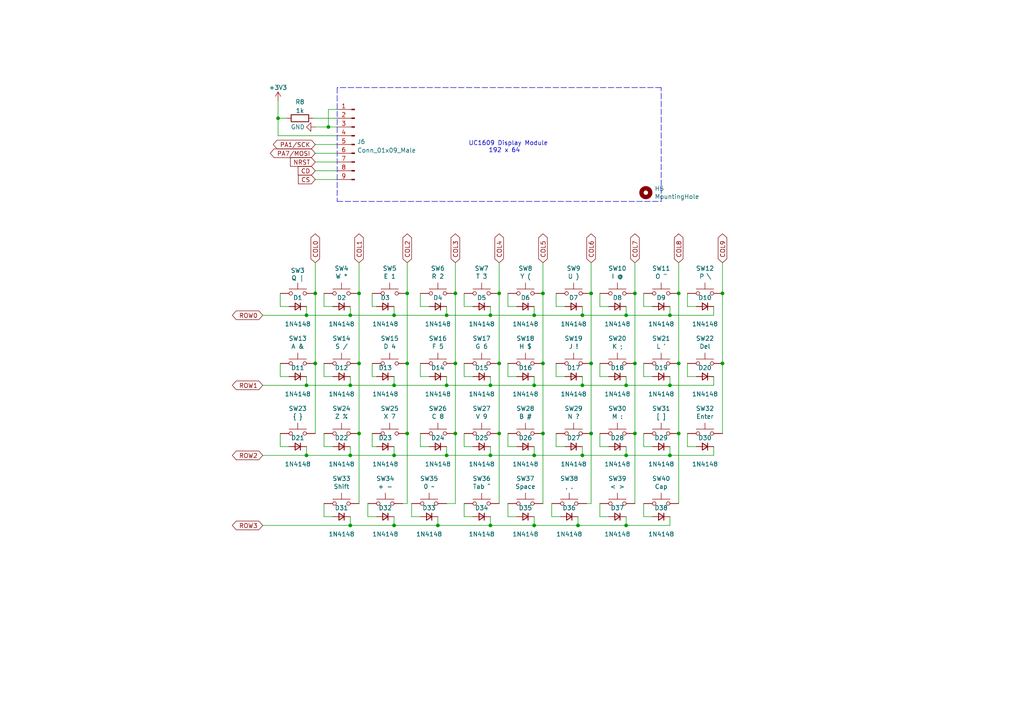
<source format=kicad_sch>
(kicad_sch (version 20211123) (generator eeschema)
  (paper "A4")
  (title_block (title "G70CB PalmTop") (date "2023-04-10") (rev "Rev 1.1") (company "www.e-tinkers.com") (comment 1 "Henry Cheung") (comment 2 "@copyright e-tinkers.com"))
  (lib_symbols
    (symbol "Connector:Conn_01x09_Male" (pin_names (offset 1.016) hide)
      (property "Reference" "J" (at 0 12.7 0))
      (property "Value" "Conn_01x09_Male" (at 0 -12.7 0))
      (symbol "Conn_01x09_Male_1_1"
        (polyline (pts (xy 1.27 -10.16) (xy 0.8636 -10.16)) (stroke (width 0.1524)))
        (polyline (pts (xy 1.27 -7.62) (xy 0.8636 -7.62)) (stroke (width 0.1524)))
        (polyline (pts (xy 1.27 -5.08) (xy 0.8636 -5.08)) (stroke (width 0.1524)))
        (polyline (pts (xy 1.27 -2.54) (xy 0.8636 -2.54)) (stroke (width 0.1524)))
        (polyline (pts (xy 1.27 0) (xy 0.8636 0)) (stroke (width 0.1524)))
        (polyline (pts (xy 1.27 2.54) (xy 0.8636 2.54)) (stroke (width 0.1524)))
        (polyline (pts (xy 1.27 5.08) (xy 0.8636 5.08)) (stroke (width 0.1524)))
        (polyline (pts (xy 1.27 7.62) (xy 0.8636 7.62)) (stroke (width 0.1524)))
        (polyline (pts (xy 1.27 10.16) (xy 0.8636 10.16)) (stroke (width 0.1524)))
        (rectangle (start 0.8636 -10.033) (end 0 -10.287) (stroke (width 0.1524)) (fill (type outline)))
        (rectangle (start 0.8636 -7.493) (end 0 -7.747) (stroke (width 0.1524)) (fill (type outline)))
        (rectangle (start 0.8636 -4.953) (end 0 -5.207) (stroke (width 0.1524)) (fill (type outline)))
        (rectangle (start 0.8636 -2.413) (end 0 -2.667) (stroke (width 0.1524)) (fill (type outline)))
        (rectangle (start 0.8636 0.127) (end 0 -0.127) (stroke (width 0.1524)) (fill (type outline)))
        (rectangle (start 0.8636 2.667) (end 0 2.413) (stroke (width 0.1524)) (fill (type outline)))
        (rectangle (start 0.8636 5.207) (end 0 4.953) (stroke (width 0.1524)) (fill (type outline)))
        (rectangle (start 0.8636 7.747) (end 0 7.493) (stroke (width 0.1524)) (fill (type outline)))
        (rectangle (start 0.8636 10.287) (end 0 10.033) (stroke (width 0.1524)) (fill (type outline)))
        (pin passive line (at 5.08 10.16 180) (length 3.81) (name "Pin_1") (number "1"))
        (pin passive line (at 5.08 7.62 180) (length 3.81) (name "Pin_2") (number "2"))
        (pin passive line (at 5.08 5.08 180) (length 3.81) (name "Pin_3") (number "3"))
        (pin passive line (at 5.08 2.54 180) (length 3.81) (name "Pin_4") (number "4"))
        (pin passive line (at 5.08 0 180) (length 3.81) (name "Pin_5") (number "5"))
        (pin passive line (at 5.08 -2.54 180) (length 3.81) (name "Pin_6") (number "6"))
        (pin passive line (at 5.08 -5.08 180) (length 3.81) (name "Pin_7") (number "7"))
        (pin passive line (at 5.08 -7.62 180) (length 3.81) (name "Pin_8") (number "8"))
        (pin passive line (at 5.08 -10.16 180) (length 3.81) (name "Pin_9") (number "9"))
      )
    )
    (symbol "Device:D_Small" (pin_numbers hide) (pin_names (offset 0.254) hide)
      (property "Reference" "D" (at -1.27 2.032 0))
      (property "Value" "D_Small" (at -3.81 -2.032 0))
      (symbol "D_Small_0_1"
        (polyline (pts (xy -0.762 -1.016) (xy -0.762 1.016)) (stroke (width 0.254)))
        (polyline (pts (xy -0.762 0) (xy 0.762 0)))
        (polyline (pts (xy 0.762 -1.016) (xy -0.762 0) (xy 0.762 1.016) (xy 0.762 -1.016)) (stroke (width 0.254)))
      )
      (symbol "D_Small_1_1"
        (pin passive line (at -2.54 0 0) (length 1.778) (name "K") (number "1"))
        (pin passive line (at 2.54 0 180) (length 1.778) (name "A") (number "2"))
      )
    )
    (symbol "Device:R" (pin_numbers hide) (pin_names (offset 0))
      (property "Reference" "R" (at 2.032 0 90))
      (property "Value" "R" (at 0 0 90))
      (symbol "R_0_1"
        (rectangle (start -1.016 -2.54) (end 1.016 2.54) (stroke (width 0.254)))
      )
      (symbol "R_1_1"
        (pin passive line (at 0 3.81 270) (length 1.27) (name "~") (number "1"))
        (pin passive line (at 0 -3.81 90) (length 1.27) (name "~") (number "2"))
      )
    )
    (symbol "Mechanical:MountingHole" (pin_names (offset 1.016))
      (property "Reference" "H" (at 0 5.08 0))
      (property "Value" "MountingHole" (at 0 3.175 0))
      (symbol "MountingHole_0_1"
        (circle (center 0 0) (radius 1.27) (stroke (width 1.27)))
      )
    )
    (symbol "SW_Push_15" (pin_numbers hide) (pin_names (offset 1.016) hide)
      (property "Reference" "SW" (at 1.27 2.54 0))
      (property "Value" "SW_Push_15" (at 0 -1.524 0))
      (symbol "SW_Push_15_0_1"
        (circle (center -2.032 0) (radius 0.508))
        (polyline (pts (xy 0 1.27) (xy 0 3.048)))
        (polyline (pts (xy 2.54 1.27) (xy -2.54 1.27)))
        (circle (center 2.032 0) (radius 0.508))
        (pin passive line (at -5.08 0 0) (length 2.54) (name "1") (number "1"))
        (pin passive line (at 5.08 0 180) (length 2.54) (name "2") (number "2"))
      )
    )
    (symbol "SW_Push_16" (pin_numbers hide) (pin_names (offset 1.016) hide)
      (property "Reference" "SW" (at 1.27 2.54 0))
      (property "Value" "SW_Push_16" (at 0 -1.524 0))
      (symbol "SW_Push_16_0_1"
        (circle (center -2.032 0) (radius 0.508))
        (polyline (pts (xy 0 1.27) (xy 0 3.048)))
        (polyline (pts (xy 2.54 1.27) (xy -2.54 1.27)))
        (circle (center 2.032 0) (radius 0.508))
        (pin passive line (at -5.08 0 0) (length 2.54) (name "1") (number "1"))
        (pin passive line (at 5.08 0 180) (length 2.54) (name "2") (number "2"))
      )
    )
    (symbol "SW_Push_17" (pin_numbers hide) (pin_names (offset 1.016) hide)
      (property "Reference" "SW" (at 1.27 2.54 0))
      (property "Value" "SW_Push_17" (at 0 -1.524 0))
      (symbol "SW_Push_17_0_1"
        (circle (center -2.032 0) (radius 0.508))
        (polyline (pts (xy 0 1.27) (xy 0 3.048)))
        (polyline (pts (xy 2.54 1.27) (xy -2.54 1.27)))
        (circle (center 2.032 0) (radius 0.508))
        (pin passive line (at -5.08 0 0) (length 2.54) (name "1") (number "1"))
        (pin passive line (at 5.08 0 180) (length 2.54) (name "2") (number "2"))
      )
    )
    (symbol "SW_Push_18" (pin_numbers hide) (pin_names (offset 1.016) hide)
      (property "Reference" "SW" (at 1.27 2.54 0))
      (property "Value" "SW_Push_18" (at 0 -1.524 0))
      (symbol "SW_Push_18_0_1"
        (circle (center -2.032 0) (radius 0.508))
        (polyline (pts (xy 0 1.27) (xy 0 3.048)))
        (polyline (pts (xy 2.54 1.27) (xy -2.54 1.27)))
        (circle (center 2.032 0) (radius 0.508))
        (pin passive line (at -5.08 0 0) (length 2.54) (name "1") (number "1"))
        (pin passive line (at 5.08 0 180) (length 2.54) (name "2") (number "2"))
      )
    )
    (symbol "SW_Push_19" (pin_numbers hide) (pin_names (offset 1.016) hide)
      (property "Reference" "SW" (at 1.27 2.54 0))
      (property "Value" "SW_Push_19" (at 0 -1.524 0))
      (symbol "SW_Push_19_0_1"
        (circle (center -2.032 0) (radius 0.508))
        (polyline (pts (xy 0 1.27) (xy 0 3.048)))
        (polyline (pts (xy 2.54 1.27) (xy -2.54 1.27)))
        (circle (center 2.032 0) (radius 0.508))
        (pin passive line (at -5.08 0 0) (length 2.54) (name "1") (number "1"))
        (pin passive line (at 5.08 0 180) (length 2.54) (name "2") (number "2"))
      )
    )
    (symbol "SW_Push_20" (pin_numbers hide) (pin_names (offset 1.016) hide)
      (property "Reference" "SW" (at 1.27 2.54 0))
      (property "Value" "SW_Push_20" (at 0 -1.524 0))
      (symbol "SW_Push_20_0_1"
        (circle (center -2.032 0) (radius 0.508))
        (polyline (pts (xy 0 1.27) (xy 0 3.048)))
        (polyline (pts (xy 2.54 1.27) (xy -2.54 1.27)))
        (circle (center 2.032 0) (radius 0.508))
        (pin passive line (at -5.08 0 0) (length 2.54) (name "1") (number "1"))
        (pin passive line (at 5.08 0 180) (length 2.54) (name "2") (number "2"))
      )
    )
    (symbol "SW_Push_21" (pin_numbers hide) (pin_names (offset 1.016) hide)
      (property "Reference" "SW" (at 1.27 2.54 0))
      (property "Value" "SW_Push_21" (at 0 -1.524 0))
      (symbol "SW_Push_21_0_1"
        (circle (center -2.032 0) (radius 0.508))
        (polyline (pts (xy 0 1.27) (xy 0 3.048)))
        (polyline (pts (xy 2.54 1.27) (xy -2.54 1.27)))
        (circle (center 2.032 0) (radius 0.508))
        (pin passive line (at -5.08 0 0) (length 2.54) (name "1") (number "1"))
        (pin passive line (at 5.08 0 180) (length 2.54) (name "2") (number "2"))
      )
    )
    (symbol "SW_Push_22" (pin_numbers hide) (pin_names (offset 1.016) hide)
      (property "Reference" "SW" (at 1.27 2.54 0))
      (property "Value" "SW_Push_22" (at 0 -1.524 0))
      (symbol "SW_Push_22_0_1"
        (circle (center -2.032 0) (radius 0.508))
        (polyline (pts (xy 0 1.27) (xy 0 3.048)))
        (polyline (pts (xy 2.54 1.27) (xy -2.54 1.27)))
        (circle (center 2.032 0) (radius 0.508))
        (pin passive line (at -5.08 0 0) (length 2.54) (name "1") (number "1"))
        (pin passive line (at 5.08 0 180) (length 2.54) (name "2") (number "2"))
      )
    )
    (symbol "SW_Push_23" (pin_numbers hide) (pin_names (offset 1.016) hide)
      (property "Reference" "SW" (at 1.27 2.54 0))
      (property "Value" "SW_Push_23" (at 0 -1.524 0))
      (symbol "SW_Push_23_0_1"
        (circle (center -2.032 0) (radius 0.508))
        (polyline (pts (xy 0 1.27) (xy 0 3.048)))
        (polyline (pts (xy 2.54 1.27) (xy -2.54 1.27)))
        (circle (center 2.032 0) (radius 0.508))
        (pin passive line (at -5.08 0 0) (length 2.54) (name "1") (number "1"))
        (pin passive line (at 5.08 0 180) (length 2.54) (name "2") (number "2"))
      )
    )
    (symbol "SW_Push_24" (pin_numbers hide) (pin_names (offset 1.016) hide)
      (property "Reference" "SW" (at 1.27 2.54 0))
      (property "Value" "SW_Push_24" (at 0 -1.524 0))
      (symbol "SW_Push_24_0_1"
        (circle (center -2.032 0) (radius 0.508))
        (polyline (pts (xy 0 1.27) (xy 0 3.048)))
        (polyline (pts (xy 2.54 1.27) (xy -2.54 1.27)))
        (circle (center 2.032 0) (radius 0.508))
        (pin passive line (at -5.08 0 0) (length 2.54) (name "1") (number "1"))
        (pin passive line (at 5.08 0 180) (length 2.54) (name "2") (number "2"))
      )
    )
    (symbol "SW_Push_25" (pin_numbers hide) (pin_names (offset 1.016) hide)
      (property "Reference" "SW" (at 1.27 2.54 0))
      (property "Value" "SW_Push_25" (at 0 -1.524 0))
      (symbol "SW_Push_25_0_1"
        (circle (center -2.032 0) (radius 0.508))
        (polyline (pts (xy 0 1.27) (xy 0 3.048)))
        (polyline (pts (xy 2.54 1.27) (xy -2.54 1.27)))
        (circle (center 2.032 0) (radius 0.508))
        (pin passive line (at -5.08 0 0) (length 2.54) (name "1") (number "1"))
        (pin passive line (at 5.08 0 180) (length 2.54) (name "2") (number "2"))
      )
    )
    (symbol "SW_Push_26" (pin_numbers hide) (pin_names (offset 1.016) hide)
      (property "Reference" "SW" (at 1.27 2.54 0))
      (property "Value" "SW_Push_26" (at 0 -1.524 0))
      (symbol "SW_Push_26_0_1"
        (circle (center -2.032 0) (radius 0.508))
        (polyline (pts (xy 0 1.27) (xy 0 3.048)))
        (polyline (pts (xy 2.54 1.27) (xy -2.54 1.27)))
        (circle (center 2.032 0) (radius 0.508))
        (pin passive line (at -5.08 0 0) (length 2.54) (name "1") (number "1"))
        (pin passive line (at 5.08 0 180) (length 2.54) (name "2") (number "2"))
      )
    )
    (symbol "SW_Push_27" (pin_numbers hide) (pin_names (offset 1.016) hide)
      (property "Reference" "SW" (at 1.27 2.54 0))
      (property "Value" "SW_Push_27" (at 0 -1.524 0))
      (symbol "SW_Push_27_0_1"
        (circle (center -2.032 0) (radius 0.508))
        (polyline (pts (xy 0 1.27) (xy 0 3.048)))
        (polyline (pts (xy 2.54 1.27) (xy -2.54 1.27)))
        (circle (center 2.032 0) (radius 0.508))
        (pin passive line (at -5.08 0 0) (length 2.54) (name "1") (number "1"))
        (pin passive line (at 5.08 0 180) (length 2.54) (name "2") (number "2"))
      )
    )
    (symbol "SW_Push_28" (pin_numbers hide) (pin_names (offset 1.016) hide)
      (property "Reference" "SW" (at 1.27 2.54 0))
      (property "Value" "SW_Push_28" (at 0 -1.524 0))
      (symbol "SW_Push_28_0_1"
        (circle (center -2.032 0) (radius 0.508))
        (polyline (pts (xy 0 1.27) (xy 0 3.048)))
        (polyline (pts (xy 2.54 1.27) (xy -2.54 1.27)))
        (circle (center 2.032 0) (radius 0.508))
        (pin passive line (at -5.08 0 0) (length 2.54) (name "1") (number "1"))
        (pin passive line (at 5.08 0 180) (length 2.54) (name "2") (number "2"))
      )
    )
    (symbol "SW_Push_29" (pin_numbers hide) (pin_names (offset 1.016) hide)
      (property "Reference" "SW" (at 1.27 2.54 0))
      (property "Value" "SW_Push_29" (at 0 -1.524 0))
      (symbol "SW_Push_29_0_1"
        (circle (center -2.032 0) (radius 0.508))
        (polyline (pts (xy 0 1.27) (xy 0 3.048)))
        (polyline (pts (xy 2.54 1.27) (xy -2.54 1.27)))
        (circle (center 2.032 0) (radius 0.508))
        (pin passive line (at -5.08 0 0) (length 2.54) (name "1") (number "1"))
        (pin passive line (at 5.08 0 180) (length 2.54) (name "2") (number "2"))
      )
    )
    (symbol "SW_Push_30" (pin_numbers hide) (pin_names (offset 1.016) hide)
      (property "Reference" "SW" (at 1.27 2.54 0))
      (property "Value" "SW_Push_30" (at 0 -1.524 0))
      (symbol "SW_Push_30_0_1"
        (circle (center -2.032 0) (radius 0.508))
        (polyline (pts (xy 0 1.27) (xy 0 3.048)))
        (polyline (pts (xy 2.54 1.27) (xy -2.54 1.27)))
        (circle (center 2.032 0) (radius 0.508))
        (pin passive line (at -5.08 0 0) (length 2.54) (name "1") (number "1"))
        (pin passive line (at 5.08 0 180) (length 2.54) (name "2") (number "2"))
      )
    )
    (symbol "SW_Push_31" (pin_numbers hide) (pin_names (offset 1.016) hide)
      (property "Reference" "SW" (at 1.27 2.54 0))
      (property "Value" "SW_Push_31" (at 0 -1.524 0))
      (symbol "SW_Push_31_0_1"
        (circle (center -2.032 0) (radius 0.508))
        (polyline (pts (xy 0 1.27) (xy 0 3.048)))
        (polyline (pts (xy 2.54 1.27) (xy -2.54 1.27)))
        (circle (center 2.032 0) (radius 0.508))
        (pin passive line (at -5.08 0 0) (length 2.54) (name "1") (number "1"))
        (pin passive line (at 5.08 0 180) (length 2.54) (name "2") (number "2"))
      )
    )
    (symbol "SW_Push_32" (pin_numbers hide) (pin_names (offset 1.016) hide)
      (property "Reference" "SW" (at 1.27 2.54 0))
      (property "Value" "SW_Push_32" (at 0 -1.524 0))
      (symbol "SW_Push_32_0_1"
        (circle (center -2.032 0) (radius 0.508))
        (polyline (pts (xy 0 1.27) (xy 0 3.048)))
        (polyline (pts (xy 2.54 1.27) (xy -2.54 1.27)))
        (circle (center 2.032 0) (radius 0.508))
        (pin passive line (at -5.08 0 0) (length 2.54) (name "1") (number "1"))
        (pin passive line (at 5.08 0 180) (length 2.54) (name "2") (number "2"))
      )
    )
    (symbol "SW_Push_37" (pin_numbers hide) (pin_names (offset 1.016) hide)
      (property "Reference" "SW" (at 1.27 2.54 0))
      (property "Value" "SW_Push_37" (at 0 -1.524 0))
      (symbol "SW_Push_37_0_1"
        (circle (center -2.032 0) (radius 0.508))
        (polyline (pts (xy 0 1.27) (xy 0 3.048)))
        (polyline (pts (xy 2.54 1.27) (xy -2.54 1.27)))
        (circle (center 2.032 0) (radius 0.508))
        (pin passive line (at -5.08 0 0) (length 2.54) (name "1") (number "1"))
        (pin passive line (at 5.08 0 180) (length 2.54) (name "2") (number "2"))
      )
    )
    (symbol "Switch:SW_Push" (pin_numbers hide) (pin_names (offset 1.016) hide)
      (property "Reference" "SW" (at 1.27 2.54 0))
      (property "Value" "SW_Push" (at 0 -1.524 0))
      (symbol "SW_Push_0_1"
        (circle (center -2.032 0) (radius 0.508))
        (polyline (pts (xy 0 1.27) (xy 0 3.048)))
        (polyline (pts (xy 2.54 1.27) (xy -2.54 1.27)))
        (circle (center 2.032 0) (radius 0.508))
        (pin passive line (at -5.08 0 0) (length 2.54) (name "1") (number "1"))
        (pin passive line (at 5.08 0 180) (length 2.54) (name "2") (number "2"))
      )
    )
    (symbol "palmTop-rescue:+3.3V-power" (power) (pin_names (offset 0))
      (property "Value" "+3.3V-power" (at 0 3.556 0))
      (symbol "+3.3V-power_0_1"
        (polyline (pts (xy -0.762 1.27) (xy 0 2.54)))
        (polyline (pts (xy 0 0) (xy 0 2.54)))
        (polyline (pts (xy 0 2.54) (xy 0.762 1.27)))
      )
      (symbol "+3.3V-power_1_1"
        (pin power_in line (at 0 0 90) (length 0) hide (name "+3V3") (number "1"))
      )
    )
    (symbol "power:GND" (power) (pin_names (offset 0))
      (property "Value" "GND" (at 0 -3.81 0))
      (symbol "GND_0_1"
        (polyline (pts (xy 0 0) (xy 0 -1.27) (xy 1.27 -1.27) (xy 0 -2.54) (xy -1.27 -1.27) (xy 0 -1.27)))
      )
      (symbol "GND_1_1"
        (pin power_in line (at 0 0 270) (length 0) hide (name "GND") (number "1"))
      )
    )
  )
  (junction (at 184.15 125.73))
  (junction (at 88.9 111.76))
  (junction (at 114.3 111.76))
  (junction (at 129.54 111.76))
  (junction (at 104.14 125.73))
  (junction (at 154.94 111.76))
  (junction (at 88.9 91.44))
  (junction (at 194.31 111.76))
  (junction (at 114.3 152.4))
  (junction (at 101.6 111.76))
  (junction (at 209.55 105.41))
  (junction (at 181.61 132.08))
  (junction (at 80.645 34.29))
  (junction (at 168.91 111.76))
  (junction (at 142.24 111.76))
  (junction (at 184.15 85.09))
  (junction (at 181.61 152.4))
  (junction (at 157.48 85.09))
  (junction (at 167.64 152.4))
  (junction (at 196.85 125.73))
  (junction (at 114.3 132.08))
  (junction (at 104.14 85.09))
  (junction (at 101.6 152.4))
  (junction (at 181.61 111.76))
  (junction (at 142.24 152.4))
  (junction (at 118.11 85.09))
  (junction (at 194.31 91.44))
  (junction (at 88.9 132.08))
  (junction (at 129.54 91.44))
  (junction (at 144.78 125.73))
  (junction (at 157.48 105.41))
  (junction (at 101.6 91.44))
  (junction (at 144.78 85.09))
  (junction (at 154.94 132.08))
  (junction (at 91.44 85.09))
  (junction (at 171.45 105.41))
  (junction (at 154.94 91.44))
  (junction (at 181.61 91.44))
  (junction (at 171.45 125.73))
  (junction (at 196.85 105.41))
  (junction (at 142.24 132.08))
  (junction (at 196.85 85.09))
  (junction (at 132.08 125.73))
  (junction (at 168.91 132.08))
  (junction (at 171.45 85.09))
  (junction (at 184.15 105.41))
  (junction (at 95.25 36.83))
  (junction (at 129.54 132.08))
  (junction (at 209.55 85.09))
  (junction (at 114.3 91.44))
  (junction (at 118.11 105.41))
  (junction (at 118.11 125.73))
  (junction (at 104.14 105.41))
  (junction (at 91.44 105.41))
  (junction (at 144.78 105.41))
  (junction (at 142.24 91.44))
  (junction (at 101.6 132.08))
  (junction (at 194.31 132.08))
  (junction (at 154.94 152.4))
  (junction (at 168.91 91.44))
  (junction (at 157.48 125.73))
  (junction (at 132.08 105.41))
  (junction (at 132.08 85.09))
  (junction (at 127 152.4))
  (wire (pts (xy 184.15 105.41) (xy 184.15 125.73)))
  (wire (pts (xy 114.3 132.08) (xy 129.54 132.08)))
  (wire (pts (xy 181.61 132.08) (xy 168.91 132.08)))
  (wire (pts (xy 157.48 125.73) (xy 157.48 146.05)))
  (wire (pts (xy 142.24 91.44) (xy 154.94 91.44)))
  (wire (pts (xy 194.31 129.54) (xy 194.31 132.08)))
  (wire (pts (xy 81.28 105.41) (xy 81.28 109.22)))
  (wire (pts (xy 194.31 132.08) (xy 181.61 132.08)))
  (wire (pts (xy 147.32 85.09) (xy 147.32 88.9)))
  (wire (pts (xy 134.62 129.54) (xy 137.16 129.54)))
  (wire (pts (xy 181.61 88.9) (xy 181.61 91.44)))
  (wire (pts (xy 161.29 125.73) (xy 161.29 129.54)))
  (wire (pts (xy 93.98 88.9) (xy 96.52 88.9)))
  (wire (pts (xy 186.69 109.22) (xy 189.23 109.22)))
  (wire (pts (xy 101.6 88.9) (xy 101.6 91.44)))
  (wire (pts (xy 154.94 91.44) (xy 168.91 91.44)))
  (wire (pts (xy 194.31 149.86) (xy 194.31 152.4)))
  (wire (pts (xy 161.29 88.9) (xy 163.83 88.9)))
  (wire (pts (xy 168.91 132.08) (xy 168.91 129.54)))
  (wire (pts (xy 81.28 85.09) (xy 81.28 88.9)))
  (wire (pts (xy 168.91 111.76) (xy 168.91 109.22)))
  (wire (pts (xy 181.61 91.44) (xy 168.91 91.44)))
  (wire (pts (xy 181.61 129.54) (xy 181.61 132.08)))
  (wire (pts (xy 91.44 41.91) (xy 97.79 41.91)))
  (wire (pts (xy 154.94 149.86) (xy 154.94 152.4)))
  (wire (pts (xy 154.94 109.22) (xy 154.94 111.76)))
  (wire (pts (xy 81.28 88.9) (xy 83.82 88.9)))
  (wire (pts (xy 161.29 109.22) (xy 163.83 109.22)))
  (wire (pts (xy 147.32 146.05) (xy 147.32 149.86)))
  (wire (pts (xy 88.9 132.08) (xy 101.6 132.08)))
  (wire (pts (xy 160.02 146.05) (xy 160.02 149.86)))
  (wire (pts (xy 171.45 105.41) (xy 171.45 125.73)))
  (wire (pts (xy 95.25 31.75) (xy 95.25 36.83)))
  (wire (pts (xy 194.31 152.4) (xy 181.61 152.4)))
  (wire (pts (xy 121.92 125.73) (xy 121.92 129.54)))
  (wire (pts (xy 173.99 85.09) (xy 173.99 88.9)))
  (wire (pts (xy 81.28 109.22) (xy 83.82 109.22)))
  (wire (pts (xy 118.11 125.73) (xy 118.11 146.05)))
  (wire (pts (xy 173.99 125.73) (xy 173.99 129.54)))
  (wire (pts (xy 118.11 85.09) (xy 118.11 76.2)))
  (polyline (pts (xy 97.79 58.42) (xy 191.77 58.42)))
  (wire (pts (xy 93.98 105.41) (xy 93.98 109.22)))
  (wire (pts (xy 154.94 88.9) (xy 154.94 91.44)))
  (wire (pts (xy 107.95 88.9) (xy 109.22 88.9)))
  (wire (pts (xy 173.99 129.54) (xy 176.53 129.54)))
  (wire (pts (xy 121.92 129.54) (xy 124.46 129.54)))
  (wire (pts (xy 107.95 129.54) (xy 109.22 129.54)))
  (wire (pts (xy 207.01 109.22) (xy 207.01 111.76)))
  (wire (pts (xy 104.14 85.09) (xy 104.14 76.2)))
  (wire (pts (xy 194.31 111.76) (xy 181.61 111.76)))
  (wire (pts (xy 134.62 125.73) (xy 134.62 129.54)))
  (wire (pts (xy 196.85 105.41) (xy 196.85 125.73)))
  (wire (pts (xy 88.9 129.54) (xy 88.9 132.08)))
  (wire (pts (xy 76.2 152.4) (xy 101.6 152.4)))
  (wire (pts (xy 76.2 111.76) (xy 88.9 111.76)))
  (wire (pts (xy 95.25 31.75) (xy 97.79 31.75)))
  (wire (pts (xy 181.61 109.22) (xy 181.61 111.76)))
  (wire (pts (xy 161.29 129.54) (xy 163.83 129.54)))
  (wire (pts (xy 199.39 129.54) (xy 201.93 129.54)))
  (wire (pts (xy 194.31 109.22) (xy 194.31 111.76)))
  (wire (pts (xy 129.54 146.05) (xy 132.08 146.05)))
  (wire (pts (xy 209.55 85.09) (xy 209.55 105.41)))
  (wire (pts (xy 134.62 88.9) (xy 137.16 88.9)))
  (wire (pts (xy 194.31 88.9) (xy 194.31 91.44)))
  (wire (pts (xy 80.645 29.21) (xy 80.645 34.29)))
  (wire (pts (xy 107.95 125.73) (xy 107.95 129.54)))
  (wire (pts (xy 114.3 109.22) (xy 114.3 111.76)))
  (wire (pts (xy 101.6 149.86) (xy 101.6 152.4)))
  (wire (pts (xy 147.32 129.54) (xy 149.86 129.54)))
  (wire (pts (xy 129.54 88.9) (xy 129.54 91.44)))
  (wire (pts (xy 173.99 105.41) (xy 173.99 109.22)))
  (wire (pts (xy 129.54 132.08) (xy 142.24 132.08)))
  (wire (pts (xy 127 149.86) (xy 127 152.4)))
  (wire (pts (xy 147.32 105.41) (xy 147.32 109.22)))
  (wire (pts (xy 207.01 88.9) (xy 207.01 91.44)))
  (wire (pts (xy 80.645 39.37) (xy 97.79 39.37)))
  (wire (pts (xy 134.62 85.09) (xy 134.62 88.9)))
  (wire (pts (xy 93.98 109.22) (xy 96.52 109.22)))
  (wire (pts (xy 93.98 125.73) (xy 93.98 129.54)))
  (wire (pts (xy 171.45 85.09) (xy 171.45 105.41)))
  (wire (pts (xy 104.14 105.41) (xy 104.14 125.73)))
  (wire (pts (xy 114.3 88.9) (xy 114.3 91.44)))
  (wire (pts (xy 129.54 109.22) (xy 129.54 111.76)))
  (wire (pts (xy 168.91 91.44) (xy 168.91 88.9)))
  (wire (pts (xy 147.32 109.22) (xy 149.86 109.22)))
  (wire (pts (xy 76.2 132.08) (xy 88.9 132.08)))
  (wire (pts (xy 88.9 111.76) (xy 101.6 111.76)))
  (wire (pts (xy 114.3 91.44) (xy 129.54 91.44)))
  (wire (pts (xy 144.78 85.09) (xy 144.78 105.41)))
  (wire (pts (xy 91.44 44.45) (xy 97.79 44.45)))
  (wire (pts (xy 173.99 88.9) (xy 176.53 88.9)))
  (wire (pts (xy 129.54 91.44) (xy 142.24 91.44)))
  (wire (pts (xy 132.08 105.41) (xy 132.08 125.73)))
  (wire (pts (xy 132.08 125.73) (xy 132.08 146.05)))
  (wire (pts (xy 119.38 149.86) (xy 121.92 149.86)))
  (wire (pts (xy 91.44 76.2) (xy 91.44 85.09)))
  (polyline (pts (xy 97.79 25.4) (xy 97.79 58.42)))
  (wire (pts (xy 93.98 149.86) (xy 96.52 149.86)))
  (wire (pts (xy 184.15 125.73) (xy 184.15 146.05)))
  (wire (pts (xy 93.98 85.09) (xy 93.98 88.9)))
  (wire (pts (xy 106.68 146.05) (xy 106.68 149.86)))
  (wire (pts (xy 154.94 129.54) (xy 154.94 132.08)))
  (wire (pts (xy 196.85 85.09) (xy 196.85 76.2)))
  (wire (pts (xy 127 152.4) (xy 142.24 152.4)))
  (wire (pts (xy 88.9 88.9) (xy 88.9 91.44)))
  (wire (pts (xy 134.62 105.41) (xy 134.62 109.22)))
  (wire (pts (xy 134.62 146.05) (xy 134.62 149.86)))
  (wire (pts (xy 121.92 109.22) (xy 124.46 109.22)))
  (wire (pts (xy 121.92 105.41) (xy 121.92 109.22)))
  (wire (pts (xy 154.94 132.08) (xy 168.91 132.08)))
  (wire (pts (xy 91.44 85.09) (xy 91.44 105.41)))
  (wire (pts (xy 196.85 85.09) (xy 196.85 105.41)))
  (wire (pts (xy 154.94 111.76) (xy 168.91 111.76)))
  (wire (pts (xy 207.01 132.08) (xy 194.31 132.08)))
  (wire (pts (xy 93.98 146.05) (xy 93.98 149.86)))
  (wire (pts (xy 184.15 85.09) (xy 184.15 105.41)))
  (wire (pts (xy 118.11 105.41) (xy 118.11 125.73)))
  (wire (pts (xy 147.32 125.73) (xy 147.32 129.54)))
  (wire (pts (xy 157.48 85.09) (xy 157.48 76.2)))
  (polyline (pts (xy 191.77 25.4) (xy 97.79 25.4)))
  (wire (pts (xy 157.48 85.09) (xy 157.48 105.41)))
  (wire (pts (xy 142.24 111.76) (xy 154.94 111.76)))
  (wire (pts (xy 186.69 149.86) (xy 189.23 149.86)))
  (wire (pts (xy 80.645 34.29) (xy 80.645 39.37)))
  (wire (pts (xy 142.24 129.54) (xy 142.24 132.08)))
  (wire (pts (xy 199.39 105.41) (xy 199.39 109.22)))
  (wire (pts (xy 80.645 34.29) (xy 83.185 34.29)))
  (wire (pts (xy 207.01 111.76) (xy 194.31 111.76)))
  (wire (pts (xy 101.6 111.76) (xy 114.3 111.76)))
  (wire (pts (xy 209.55 105.41) (xy 209.55 125.73)))
  (wire (pts (xy 144.78 85.09) (xy 144.78 76.2)))
  (wire (pts (xy 88.9 109.22) (xy 88.9 111.76)))
  (wire (pts (xy 186.69 88.9) (xy 189.23 88.9)))
  (wire (pts (xy 184.15 85.09) (xy 184.15 76.2)))
  (wire (pts (xy 147.32 88.9) (xy 149.86 88.9)))
  (wire (pts (xy 170.18 146.05) (xy 171.45 146.05)))
  (wire (pts (xy 196.85 125.73) (xy 196.85 146.05)))
  (wire (pts (xy 76.2 91.44) (xy 88.9 91.44)))
  (wire (pts (xy 81.28 125.73) (xy 81.28 129.54)))
  (wire (pts (xy 107.95 105.41) (xy 107.95 109.22)))
  (wire (pts (xy 119.38 146.05) (xy 119.38 149.86)))
  (wire (pts (xy 186.69 146.05) (xy 186.69 149.86)))
  (wire (pts (xy 106.68 149.86) (xy 109.22 149.86)))
  (polyline (pts (xy 191.77 58.42) (xy 191.77 25.4)))
  (wire (pts (xy 154.94 152.4) (xy 167.64 152.4)))
  (wire (pts (xy 199.39 109.22) (xy 201.93 109.22)))
  (wire (pts (xy 81.28 129.54) (xy 83.82 129.54)))
  (wire (pts (xy 104.14 85.09) (xy 104.14 105.41)))
  (wire (pts (xy 114.3 149.86) (xy 114.3 152.4)))
  (wire (pts (xy 107.95 109.22) (xy 109.22 109.22)))
  (wire (pts (xy 101.6 91.44) (xy 114.3 91.44)))
  (wire (pts (xy 199.39 85.09) (xy 199.39 88.9)))
  (wire (pts (xy 160.02 149.86) (xy 162.56 149.86)))
  (wire (pts (xy 186.69 85.09) (xy 186.69 88.9)))
  (wire (pts (xy 104.14 125.73) (xy 104.14 146.05)))
  (wire (pts (xy 134.62 149.86) (xy 137.16 149.86)))
  (wire (pts (xy 157.48 105.41) (xy 157.48 125.73)))
  (wire (pts (xy 199.39 125.73) (xy 199.39 129.54)))
  (wire (pts (xy 101.6 129.54) (xy 101.6 132.08)))
  (wire (pts (xy 91.44 36.83) (xy 95.25 36.83)))
  (wire (pts (xy 95.25 36.83) (xy 97.79 36.83)))
  (wire (pts (xy 186.69 105.41) (xy 186.69 109.22)))
  (wire (pts (xy 114.3 152.4) (xy 127 152.4)))
  (wire (pts (xy 144.78 105.41) (xy 144.78 125.73)))
  (wire (pts (xy 186.69 125.73) (xy 186.69 129.54)))
  (wire (pts (xy 142.24 132.08) (xy 154.94 132.08)))
  (wire (pts (xy 171.45 146.05) (xy 171.45 125.73)))
  (wire (pts (xy 207.01 129.54) (xy 207.01 132.08)))
  (wire (pts (xy 171.45 85.09) (xy 171.45 76.2)))
  (wire (pts (xy 186.69 129.54) (xy 189.23 129.54)))
  (wire (pts (xy 93.98 129.54) (xy 96.52 129.54)))
  (wire (pts (xy 167.64 149.86) (xy 167.64 152.4)))
  (wire (pts (xy 91.44 52.07) (xy 97.79 52.07)))
  (wire (pts (xy 161.29 85.09) (xy 161.29 88.9)))
  (wire (pts (xy 101.6 109.22) (xy 101.6 111.76)))
  (wire (pts (xy 114.3 129.54) (xy 114.3 132.08)))
  (wire (pts (xy 173.99 109.22) (xy 176.53 109.22)))
  (wire (pts (xy 121.92 88.9) (xy 124.46 88.9)))
  (wire (pts (xy 194.31 91.44) (xy 181.61 91.44)))
  (wire (pts (xy 142.24 109.22) (xy 142.24 111.76)))
  (wire (pts (xy 129.54 111.76) (xy 142.24 111.76)))
  (wire (pts (xy 142.24 152.4) (xy 154.94 152.4)))
  (wire (pts (xy 199.39 88.9) (xy 201.93 88.9)))
  (wire (pts (xy 101.6 132.08) (xy 114.3 132.08)))
  (wire (pts (xy 101.6 152.4) (xy 114.3 152.4)))
  (wire (pts (xy 88.9 91.44) (xy 101.6 91.44)))
  (wire (pts (xy 181.61 111.76) (xy 168.91 111.76)))
  (wire (pts (xy 107.95 85.09) (xy 107.95 88.9)))
  (wire (pts (xy 142.24 88.9) (xy 142.24 91.44)))
  (wire (pts (xy 207.01 91.44) (xy 194.31 91.44)))
  (wire (pts (xy 114.3 111.76) (xy 129.54 111.76)))
  (wire (pts (xy 173.99 149.86) (xy 176.53 149.86)))
  (wire (pts (xy 121.92 85.09) (xy 121.92 88.9)))
  (wire (pts (xy 161.29 105.41) (xy 161.29 109.22)))
  (wire (pts (xy 209.55 76.2) (xy 209.55 85.09)))
  (wire (pts (xy 91.44 46.99) (xy 97.79 46.99)))
  (wire (pts (xy 142.24 149.86) (xy 142.24 152.4)))
  (wire (pts (xy 181.61 152.4) (xy 181.61 149.86)))
  (wire (pts (xy 118.11 85.09) (xy 118.11 105.41)))
  (wire (pts (xy 132.08 76.2) (xy 132.08 85.09)))
  (wire (pts (xy 90.805 34.29) (xy 97.79 34.29)))
  (wire (pts (xy 91.44 125.73) (xy 91.44 105.41)))
  (wire (pts (xy 134.62 109.22) (xy 137.16 109.22)))
  (wire (pts (xy 91.44 49.53) (xy 97.79 49.53)))
  (wire (pts (xy 144.78 125.73) (xy 144.78 146.05)))
  (wire (pts (xy 129.54 129.54) (xy 129.54 132.08)))
  (wire (pts (xy 132.08 85.09) (xy 132.08 105.41)))
  (wire (pts (xy 147.32 149.86) (xy 149.86 149.86)))
  (wire (pts (xy 173.99 146.05) (xy 173.99 149.86)))
  (wire (pts (xy 167.64 152.4) (xy 181.61 152.4)))
  (wire (pts (xy 118.11 146.05) (xy 116.84 146.05)))
  (text "UC1609 Display Module\n      192 x 64" (at 135.89 44.45 0) (effects (font (size 1.27 1.27)) (justify left bottom)))
  (global_label "COL4" (shape bidirectional) (at 144.78 76.2 90) (property "Intersheet References" "${INTERSHEET_REFS}" (effects hide)))
  (global_label "COL3" (shape bidirectional) (at 132.08 76.2 90) (property "Intersheet References" "${INTERSHEET_REFS}" (effects hide)))
  (global_label "COL7" (shape bidirectional) (at 184.15 76.2 90) (property "Intersheet References" "${INTERSHEET_REFS}" (effects hide)))
  (global_label "ROW0" (shape bidirectional) (at 76.2 91.44 180) (property "Intersheet References" "${INTERSHEET_REFS}" (effects hide)))
  (global_label "ROW3" (shape bidirectional) (at 76.2 152.4 180) (property "Intersheet References" "${INTERSHEET_REFS}" (effects hide)))
  (global_label "CD" (shape input) (at 91.44 49.53 180) (property "Intersheet References" "${INTERSHEET_REFS}" (effects hide)))
  (global_label "COL1" (shape bidirectional) (at 104.14 76.2 90) (property "Intersheet References" "${INTERSHEET_REFS}" (effects hide)))
  (global_label "COL5" (shape bidirectional) (at 157.48 76.2 90) (property "Intersheet References" "${INTERSHEET_REFS}" (effects hide)))
  (global_label "COL0" (shape bidirectional) (at 91.44 76.2 90) (property "Intersheet References" "${INTERSHEET_REFS}" (effects hide)))
  (global_label "NRST" (shape input) (at 91.44 46.99 180) (property "Intersheet References" "${INTERSHEET_REFS}" (effects hide)))
  (global_label "CS" (shape input) (at 91.44 52.07 180) (property "Intersheet References" "${INTERSHEET_REFS}" (effects hide)))
  (global_label "COL6" (shape bidirectional) (at 171.45 76.2 90) (property "Intersheet References" "${INTERSHEET_REFS}" (effects hide)))
  (global_label "COL2" (shape bidirectional) (at 118.11 76.2 90) (property "Intersheet References" "${INTERSHEET_REFS}" (effects hide)))
  (global_label "COL8" (shape bidirectional) (at 196.85 76.2 90) (property "Intersheet References" "${INTERSHEET_REFS}" (effects hide)))
  (global_label "PA1{slash}SCK" (shape bidirectional) (at 91.44 41.91 180) (property "Intersheet References" "${INTERSHEET_REFS}" (effects hide)))
  (global_label "ROW1" (shape bidirectional) (at 76.2 111.76 180) (property "Intersheet References" "${INTERSHEET_REFS}" (effects hide)))
  (global_label "ROW2" (shape bidirectional) (at 76.2 132.08 180) (property "Intersheet References" "${INTERSHEET_REFS}" (effects hide)))
  (global_label "PA7{slash}MOSI" (shape bidirectional) (at 91.44 44.45 180) (property "Intersheet References" "${INTERSHEET_REFS}" (effects hide)))
  (global_label "COL9" (shape bidirectional) (at 209.55 76.2 90) (property "Intersheet References" "${INTERSHEET_REFS}" (effects hide)))
  (symbol (lib_name "SW_Push_22") (lib_id "Switch:SW_Push") (at 124.46 146.05 0) (unit 1)
    (property "Reference" "SW35" (at 124.46 138.811 0))
    (property "Value" "0 ~" (at 124.46 141.1224 0))
    (property "Footprint" "e-tinkers:SW_PUSH_6mm_XKB_TC-1102-X-X-X" (effects hide))
  )
  (symbol (lib_name "SW_Push_20") (lib_id "Switch:SW_Push") (at 139.7 146.05 0) (unit 1)
    (property "Reference" "SW36" (at 139.7 138.811 0))
    (property "Value" "Tab ^" (at 139.7 141.1224 0))
    (property "Footprint" "e-tinkers:SW_PUSH_6mm_XKB_TC-1102-X-X-X" (effects hide))
  )
  (symbol (lib_name "SW_Push_27") (lib_id "Switch:SW_Push") (at 191.77 85.09 0) (unit 1)
    (property "Reference" "SW11" (at 191.77 77.851 0))
    (property "Value" "O \"" (at 191.77 80.1624 0))
    (property "Footprint" "e-tinkers:SW_PUSH_6mm_XKB_TC-1102-X-X-X" (effects hide))
  )
  (symbol (lib_id "Switch:SW_Push") (at 179.07 85.09 0) (unit 1)
    (property "Reference" "SW10" (at 179.07 77.851 0))
    (property "Value" "I @" (at 179.07 80.1624 0))
    (property "Footprint" "e-tinkers:SW_PUSH_6mm_XKB_TC-1102-X-X-X" (effects hide))
  )
  (symbol (lib_id "Switch:SW_Push") (at 166.37 85.09 0) (unit 1)
    (property "Reference" "SW9" (at 166.37 77.851 0))
    (property "Value" "U )" (at 166.37 80.1624 0))
    (property "Footprint" "e-tinkers:SW_PUSH_6mm_XKB_TC-1102-X-X-X" (effects hide))
  )
  (symbol (lib_id "Switch:SW_Push") (at 152.4 85.09 0) (unit 1)
    (property "Reference" "SW8" (at 152.4 77.851 0))
    (property "Value" "Y (" (at 152.4 80.1624 0))
    (property "Footprint" "e-tinkers:SW_PUSH_6mm_XKB_TC-1102-X-X-X" (effects hide))
  )
  (symbol (lib_id "Switch:SW_Push") (at 139.7 85.09 0) (unit 1)
    (property "Reference" "SW7" (at 139.7 77.851 0))
    (property "Value" "T 3" (at 139.7 80.1624 0))
    (property "Footprint" "e-tinkers:SW_PUSH_6mm_XKB_TC-1102-X-X-X" (effects hide))
  )
  (symbol (lib_id "Switch:SW_Push") (at 127 85.09 0) (unit 1)
    (property "Reference" "SW6" (at 127 77.851 0))
    (property "Value" "R 2" (at 127 80.1624 0))
    (property "Footprint" "e-tinkers:SW_PUSH_6mm_XKB_TC-1102-X-X-X" (effects hide))
  )
  (symbol (lib_id "Switch:SW_Push") (at 113.03 85.09 0) (unit 1)
    (property "Reference" "SW5" (at 113.03 77.851 0))
    (property "Value" "E 1" (at 113.03 80.1624 0))
    (property "Footprint" "e-tinkers:SW_PUSH_6mm_XKB_TC-1102-X-X-X" (effects hide))
  )
  (symbol (lib_id "Switch:SW_Push") (at 99.06 85.09 0) (unit 1)
    (property "Reference" "SW4" (at 99.06 77.851 0))
    (property "Value" "W *" (at 99.06 80.1624 0))
    (property "Footprint" "e-tinkers:SW_PUSH_6mm_XKB_TC-1102-X-X-X" (effects hide))
  )
  (symbol (lib_name "SW_Push_18") (lib_id "Switch:SW_Push") (at 152.4 146.05 0) (unit 1)
    (property "Reference" "SW37" (at 152.4 138.811 0))
    (property "Value" "Space" (at 152.4 141.1224 0))
    (property "Footprint" "e-tinkers:SW_PUSH_6mm_XKB_TC-1102-X-X-X" (effects hide))
  )
  (symbol (lib_name "SW_Push_24") (lib_id "Switch:SW_Push") (at 191.77 105.41 0) (unit 1)
    (property "Reference" "SW21" (at 191.77 98.171 0))
    (property "Value" "L '" (at 191.77 100.4824 0))
    (property "Footprint" "e-tinkers:SW_PUSH_6mm_XKB_TC-1102-X-X-X" (effects hide))
  )
  (symbol (lib_id "Switch:SW_Push") (at 179.07 105.41 0) (unit 1)
    (property "Reference" "SW20" (at 179.07 98.171 0))
    (property "Value" "K ;" (at 179.07 100.4824 0))
    (property "Footprint" "e-tinkers:SW_PUSH_6mm_XKB_TC-1102-X-X-X" (effects hide))
  )
  (symbol (lib_id "Switch:SW_Push") (at 166.37 105.41 0) (unit 1)
    (property "Reference" "SW19" (at 166.37 98.171 0))
    (property "Value" "J !" (at 166.37 100.4824 0))
    (property "Footprint" "e-tinkers:SW_PUSH_6mm_XKB_TC-1102-X-X-X" (effects hide))
  )
  (symbol (lib_id "Switch:SW_Push") (at 152.4 105.41 0) (unit 1)
    (property "Reference" "SW18" (at 152.4 98.171 0))
    (property "Value" "H $" (at 152.4 100.4824 0))
    (property "Footprint" "e-tinkers:SW_PUSH_6mm_XKB_TC-1102-X-X-X" (effects hide))
  )
  (symbol (lib_id "Switch:SW_Push") (at 139.7 105.41 0) (unit 1)
    (property "Reference" "SW17" (at 139.7 98.171 0))
    (property "Value" "G 6" (at 139.7 100.4824 0))
    (property "Footprint" "e-tinkers:SW_PUSH_6mm_XKB_TC-1102-X-X-X" (effects hide))
  )
  (symbol (lib_id "Switch:SW_Push") (at 127 105.41 0) (unit 1)
    (property "Reference" "SW16" (at 127 98.171 0))
    (property "Value" "F 5" (at 127 100.4824 0))
    (property "Footprint" "e-tinkers:SW_PUSH_6mm_XKB_TC-1102-X-X-X" (effects hide))
  )
  (symbol (lib_name "SW_Push_37") (lib_id "Switch:SW_Push") (at 113.03 105.41 0) (unit 1)
    (property "Reference" "SW15" (at 113.03 98.171 0))
    (property "Value" "D 4" (at 113.03 100.4824 0))
    (property "Footprint" "e-tinkers:SW_PUSH_6mm_XKB_TC-1102-X-X-X" (effects hide))
  )
  (symbol (lib_id "Switch:SW_Push") (at 99.06 105.41 0) (unit 1)
    (property "Reference" "SW14" (at 99.06 98.171 0))
    (property "Value" "S /" (at 99.06 100.4824 0))
    (property "Footprint" "e-tinkers:SW_PUSH_6mm_XKB_TC-1102-X-X-X" (effects hide))
  )
  (symbol (lib_id "Switch:SW_Push") (at 86.36 105.41 0) (unit 1)
    (property "Reference" "SW13" (at 86.36 98.171 0))
    (property "Value" "A &" (at 86.36 100.4824 0))
    (property "Footprint" "e-tinkers:SW_PUSH_6mm_XKB_TC-1102-X-X-X" (effects hide))
  )
  (symbol (lib_name "SW_Push_17") (lib_id "Switch:SW_Push") (at 165.1 146.05 0) (unit 1)
    (property "Reference" "SW38" (at 165.1 138.811 0))
    (property "Value" ", ." (at 165.1 141.1224 0))
    (property "Footprint" "e-tinkers:SW_PUSH_6mm_XKB_TC-1102-X-X-X" (effects hide))
  )
  (symbol (lib_name "SW_Push_32") (lib_id "Switch:SW_Push") (at 191.77 125.73 0) (unit 1)
    (property "Reference" "SW31" (at 191.77 118.491 0))
    (property "Value" "[ ]" (at 191.77 120.8024 0))
    (property "Footprint" "e-tinkers:SW_PUSH_6mm_XKB_TC-1102-X-X-X" (effects hide))
  )
  (symbol (lib_name "SW_Push_29") (lib_id "Switch:SW_Push") (at 179.07 125.73 0) (unit 1)
    (property "Reference" "SW30" (at 179.07 118.491 0))
    (property "Value" "M :" (at 179.07 120.8024 0))
    (property "Footprint" "e-tinkers:SW_PUSH_6mm_XKB_TC-1102-X-X-X" (effects hide))
  )
  (symbol (lib_name "SW_Push_15") (lib_id "Switch:SW_Push") (at 166.37 125.73 0) (unit 1)
    (property "Reference" "SW29" (at 166.37 118.491 0))
    (property "Value" "N ?" (at 166.37 120.8024 0))
    (property "Footprint" "e-tinkers:SW_PUSH_6mm_XKB_TC-1102-X-X-X" (effects hide))
  )
  (symbol (lib_name "SW_Push_16") (lib_id "Switch:SW_Push") (at 152.4 125.73 0) (unit 1)
    (property "Reference" "SW28" (at 152.4 118.491 0))
    (property "Value" "B #" (at 152.4 120.8024 0))
    (property "Footprint" "e-tinkers:SW_PUSH_6mm_XKB_TC-1102-X-X-X" (effects hide))
  )
  (symbol (lib_name "SW_Push_23") (lib_id "Switch:SW_Push") (at 139.7 125.73 0) (unit 1)
    (property "Reference" "SW27" (at 139.7 118.491 0))
    (property "Value" "V 9" (at 139.7 120.8024 0))
    (property "Footprint" "e-tinkers:SW_PUSH_6mm_XKB_TC-1102-X-X-X" (effects hide))
  )
  (symbol (lib_name "SW_Push_21") (lib_id "Switch:SW_Push") (at 127 125.73 0) (unit 1)
    (property "Reference" "SW26" (at 127 118.491 0))
    (property "Value" "C 8" (at 127 120.8024 0))
    (property "Footprint" "e-tinkers:SW_PUSH_6mm_XKB_TC-1102-X-X-X" (effects hide))
  )
  (symbol (lib_name "SW_Push_19") (lib_id "Switch:SW_Push") (at 113.03 125.73 0) (unit 1)
    (property "Reference" "SW25" (at 113.03 118.491 0))
    (property "Value" "X 7" (at 113.03 120.8024 0))
    (property "Footprint" "e-tinkers:SW_PUSH_6mm_XKB_TC-1102-X-X-X" (effects hide))
  )
  (symbol (lib_id "Switch:SW_Push") (at 99.06 125.73 0) (unit 1)
    (property "Reference" "SW24" (at 99.06 118.491 0))
    (property "Value" "Z %" (at 99.06 120.8024 0))
    (property "Footprint" "e-tinkers:SW_PUSH_6mm_XKB_TC-1102-X-X-X" (effects hide))
  )
  (symbol (lib_id "Switch:SW_Push") (at 86.36 125.73 0) (unit 1)
    (property "Reference" "SW23" (at 86.36 118.491 0))
    (property "Value" "{ }" (at 86.36 120.8024 0))
    (property "Footprint" "e-tinkers:SW_PUSH_6mm_XKB_TC-1102-X-X-X" (effects hide))
  )
  (symbol (lib_name "SW_Push_30") (lib_id "Switch:SW_Push") (at 179.07 146.05 0) (unit 1)
    (property "Reference" "SW39" (at 179.07 138.811 0))
    (property "Value" "< >" (at 179.07 141.1224 0))
    (property "Footprint" "e-tinkers:SW_PUSH_6mm_XKB_TC-1102-X-X-X" (effects hide))
  )
  (symbol (lib_name "SW_Push_28") (lib_id "Switch:SW_Push") (at 204.47 85.09 0) (unit 1)
    (property "Reference" "SW12" (at 204.47 77.851 0))
    (property "Value" "P \\" (at 204.47 80.1624 0))
    (property "Footprint" "e-tinkers:SW_PUSH_6mm_XKB_TC-1102-X-X-X" (effects hide))
  )
  (symbol (lib_name "SW_Push_25") (lib_id "Switch:SW_Push") (at 204.47 105.41 0) (unit 1)
    (property "Reference" "SW22" (at 204.47 98.171 0))
    (property "Value" "Del" (at 204.47 100.4824 0))
    (property "Footprint" "e-tinkers:SW_PUSH_6mm_XKB_TC-1102-X-X-X" (effects hide))
  )
  (symbol (lib_name "SW_Push_26") (lib_id "Switch:SW_Push") (at 204.47 125.73 0) (unit 1)
    (property "Reference" "SW32" (at 204.47 118.491 0))
    (property "Value" "Enter" (at 204.47 120.8024 0))
    (property "Footprint" "e-tinkers:SW_PUSH_6mm_XKB_TC-1102-X-X-X" (effects hide))
  )
  (symbol (lib_name "SW_Push_31") (lib_id "Switch:SW_Push") (at 191.77 146.05 0) (unit 1)
    (property "Reference" "SW40" (at 191.77 138.811 0))
    (property "Value" "Cap" (at 191.77 141.1224 0))
    (property "Footprint" "e-tinkers:SW_PUSH_6mm_XKB_TC-1102-X-X-X" (effects hide))
  )
  (symbol (lib_id "Switch:SW_Push") (at 111.76 146.05 0) (unit 1)
    (property "Reference" "SW34" (at 111.76 138.811 0))
    (property "Value" "+ -" (at 111.76 141.1224 0))
    (property "Footprint" "e-tinkers:SW_PUSH_6mm_XKB_TC-1102-X-X-X" (effects hide))
  )
  (symbol (lib_id "Switch:SW_Push") (at 99.06 146.05 0) (unit 1)
    (property "Reference" "SW33" (at 99.06 138.811 0))
    (property "Value" "Shift" (at 99.06 141.1224 0))
    (property "Footprint" "e-tinkers:SW_PUSH_6mm_XKB_TC-1102-X-X-X" (effects hide))
  )
  (symbol (lib_id "power:GND") (at 91.44 36.83 270) (unit 1)
    (property "Reference" "#PWR038" (effects hide))
    (property "Value" "GND" (at 86.36 36.83 90))
  )
  (symbol (lib_id "Mechanical:MountingHole") (at 187.325 55.88 0) (unit 1)
    (property "Reference" "H5" (at 189.865 54.7116 0) (effects (justify left)))
    (property "Value" "MountingHole" (at 189.865 57.023 0) (effects (justify left)))
    (property "Footprint" "MountingHole:MountingHole_2.7mm_M2.5" (effects hide))
  )
  (symbol (lib_id "Device:D_Small") (at 99.06 149.86 180) (unit 1)
    (property "Reference" "D31" (at 99.06 147.32 0))
    (property "Value" "1N4148" (at 99.06 154.94 0))
    (property "Footprint" "Diode_SMD:D_SOD-123" (effects hide))
  )
  (symbol (lib_id "Device:D_Small") (at 111.76 149.86 180) (unit 1)
    (property "Reference" "D32" (at 111.76 147.32 0))
    (property "Value" "1N4148" (at 111.76 154.94 0))
    (property "Footprint" "Diode_SMD:D_SOD-123" (effects hide))
  )
  (symbol (lib_id "Device:D_Small") (at 124.46 149.86 180) (unit 1)
    (property "Reference" "D33" (at 124.46 147.32 0))
    (property "Value" "1N4148" (at 124.46 154.94 0))
    (property "Footprint" "Diode_SMD:D_SOD-123" (effects hide))
  )
  (symbol (lib_id "Device:D_Small") (at 139.7 149.86 180) (unit 1)
    (property "Reference" "D34" (at 139.7 147.32 0))
    (property "Value" "1N4148" (at 139.7 154.94 0))
    (property "Footprint" "Diode_SMD:D_SOD-123" (effects hide))
  )
  (symbol (lib_id "Device:D_Small") (at 152.4 149.86 180) (unit 1)
    (property "Reference" "D35" (at 152.4 147.32 0))
    (property "Value" "1N4148" (at 152.4 154.94 0))
    (property "Footprint" "Diode_SMD:D_SOD-123" (effects hide))
  )
  (symbol (lib_id "Device:D_Small") (at 165.1 149.86 180) (unit 1)
    (property "Reference" "D36" (at 165.1 147.32 0))
    (property "Value" "1N4148" (at 165.1 154.94 0))
    (property "Footprint" "Diode_SMD:D_SOD-123" (effects hide))
  )
  (symbol (lib_id "Device:D_Small") (at 179.07 149.86 180) (unit 1)
    (property "Reference" "D37" (at 179.07 147.32 0))
    (property "Value" "1N4148" (at 179.07 154.94 0))
    (property "Footprint" "Diode_SMD:D_SOD-123" (effects hide))
  )
  (symbol (lib_id "Device:D_Small") (at 191.77 149.86 180) (unit 1)
    (property "Reference" "D38" (at 191.77 147.32 0))
    (property "Value" "1N4148" (at 191.77 154.94 0))
    (property "Footprint" "Diode_SMD:D_SOD-123" (effects hide))
  )
  (symbol (lib_id "Device:D_Small") (at 86.36 129.54 180) (unit 1)
    (property "Reference" "D21" (at 86.36 127 0))
    (property "Value" "1N4148" (at 86.36 134.62 0))
    (property "Footprint" "Diode_SMD:D_SOD-123" (effects hide))
  )
  (symbol (lib_id "Device:D_Small") (at 99.06 129.54 180) (unit 1)
    (property "Reference" "D22" (at 99.06 127 0))
    (property "Value" "1N4148" (at 99.06 134.62 0))
    (property "Footprint" "Diode_SMD:D_SOD-123" (effects hide))
  )
  (symbol (lib_id "Device:D_Small") (at 111.76 129.54 180) (unit 1)
    (property "Reference" "D23" (at 111.76 127 0))
    (property "Value" "1N4148" (at 111.76 134.62 0))
    (property "Footprint" "Diode_SMD:D_SOD-123" (effects hide))
  )
  (symbol (lib_id "Device:D_Small") (at 127 129.54 180) (unit 1)
    (property "Reference" "D24" (at 127 127 0))
    (property "Value" "1N4148" (at 127 134.62 0))
    (property "Footprint" "Diode_SMD:D_SOD-123" (effects hide))
  )
  (symbol (lib_id "Device:D_Small") (at 139.7 129.54 180) (unit 1)
    (property "Reference" "D25" (at 139.7 127 0))
    (property "Value" "1N4148" (at 139.7 134.62 0))
    (property "Footprint" "Diode_SMD:D_SOD-123" (effects hide))
  )
  (symbol (lib_id "Device:D_Small") (at 152.4 129.54 180) (unit 1)
    (property "Reference" "D26" (at 152.4 127 0))
    (property "Value" "1N4148" (at 152.4 134.62 0))
    (property "Footprint" "Diode_SMD:D_SOD-123" (effects hide))
  )
  (symbol (lib_id "Device:D_Small") (at 166.37 129.54 180) (unit 1)
    (property "Reference" "D27" (at 166.37 127 0))
    (property "Value" "1N4148" (at 166.37 134.62 0))
    (property "Footprint" "Diode_SMD:D_SOD-123" (effects hide))
  )
  (symbol (lib_id "Device:D_Small") (at 179.07 129.54 180) (unit 1)
    (property "Reference" "D28" (at 179.07 127 0))
    (property "Value" "1N4148" (at 179.07 134.62 0))
    (property "Footprint" "Diode_SMD:D_SOD-123" (effects hide))
  )
  (symbol (lib_id "Device:D_Small") (at 191.77 129.54 180) (unit 1)
    (property "Reference" "D29" (at 191.77 127 0))
    (property "Value" "1N4148" (at 191.77 134.62 0))
    (property "Footprint" "Diode_SMD:D_SOD-123" (effects hide))
  )
  (symbol (lib_id "Device:D_Small") (at 204.47 129.54 180) (unit 1)
    (property "Reference" "D30" (at 204.47 127 0))
    (property "Value" "1N4148" (at 204.47 134.62 0))
    (property "Footprint" "Diode_SMD:D_SOD-123" (effects hide))
  )
  (symbol (lib_id "Device:D_Small") (at 86.36 109.22 180) (unit 1)
    (property "Reference" "D11" (at 86.36 106.68 0))
    (property "Value" "1N4148" (at 86.36 114.3 0))
    (property "Footprint" "Diode_SMD:D_SOD-123" (effects hide))
  )
  (symbol (lib_id "Device:D_Small") (at 99.06 109.22 180) (unit 1)
    (property "Reference" "D12" (at 99.06 106.68 0))
    (property "Value" "1N4148" (at 99.06 114.3 0))
    (property "Footprint" "Diode_SMD:D_SOD-123" (effects hide))
  )
  (symbol (lib_id "Device:D_Small") (at 111.76 109.22 180) (unit 1)
    (property "Reference" "D13" (at 111.76 106.68 0))
    (property "Value" "1N4148" (at 111.76 114.3 0))
    (property "Footprint" "Diode_SMD:D_SOD-123" (effects hide))
  )
  (symbol (lib_id "Device:D_Small") (at 127 109.22 180) (unit 1)
    (property "Reference" "D14" (at 127 106.68 0))
    (property "Value" "1N4148" (at 127 114.3 0))
    (property "Footprint" "Diode_SMD:D_SOD-123" (effects hide))
  )
  (symbol (lib_id "Device:D_Small") (at 139.7 109.22 180) (unit 1)
    (property "Reference" "D15" (at 139.7 106.68 0))
    (property "Value" "1N4148" (at 139.7 114.3 0))
    (property "Footprint" "Diode_SMD:D_SOD-123" (effects hide))
  )
  (symbol (lib_id "Device:D_Small") (at 152.4 109.22 180) (unit 1)
    (property "Reference" "D16" (at 152.4 106.68 0))
    (property "Value" "1N4148" (at 152.4 114.3 0))
    (property "Footprint" "Diode_SMD:D_SOD-123" (effects hide))
  )
  (symbol (lib_id "Device:D_Small") (at 166.37 109.22 180) (unit 1)
    (property "Reference" "D17" (at 166.37 106.68 0))
    (property "Value" "1N4148" (at 166.37 114.3 0))
    (property "Footprint" "Diode_SMD:D_SOD-123" (effects hide))
  )
  (symbol (lib_id "Device:D_Small") (at 179.07 109.22 180) (unit 1)
    (property "Reference" "D18" (at 179.07 106.68 0))
    (property "Value" "1N4148" (at 179.07 114.3 0))
    (property "Footprint" "Diode_SMD:D_SOD-123" (effects hide))
  )
  (symbol (lib_id "Device:D_Small") (at 191.77 109.22 180) (unit 1)
    (property "Reference" "D19" (at 191.77 106.68 0))
    (property "Value" "1N4148" (at 191.77 114.3 0))
    (property "Footprint" "Diode_SMD:D_SOD-123" (effects hide))
  )
  (symbol (lib_id "Device:D_Small") (at 204.47 109.22 180) (unit 1)
    (property "Reference" "D20" (at 204.47 106.68 0))
    (property "Value" "1N4148" (at 204.47 114.3 0))
    (property "Footprint" "Diode_SMD:D_SOD-123" (effects hide))
  )
  (symbol (lib_id "Device:D_Small") (at 86.36 88.9 180) (unit 1)
    (property "Reference" "D1" (at 86.36 86.36 0))
    (property "Value" "1N4148" (at 86.36 93.98 0))
    (property "Footprint" "Diode_SMD:D_SOD-123" (effects hide))
  )
  (symbol (lib_id "Device:D_Small") (at 99.06 88.9 180) (unit 1)
    (property "Reference" "D2" (at 99.06 86.36 0))
    (property "Value" "1N4148" (at 99.06 93.98 0))
    (property "Footprint" "Diode_SMD:D_SOD-123" (effects hide))
  )
  (symbol (lib_id "Device:D_Small") (at 111.76 88.9 180) (unit 1)
    (property "Reference" "D3" (at 111.76 86.36 0))
    (property "Value" "1N4148" (at 111.76 93.98 0))
    (property "Footprint" "Diode_SMD:D_SOD-123" (effects hide))
  )
  (symbol (lib_id "Device:D_Small") (at 127 88.9 180) (unit 1)
    (property "Reference" "D4" (at 127 86.36 0))
    (property "Value" "1N4148" (at 127 93.98 0))
    (property "Footprint" "Diode_SMD:D_SOD-123" (effects hide))
  )
  (symbol (lib_id "Device:D_Small") (at 139.7 88.9 180) (unit 1)
    (property "Reference" "D5" (at 139.7 86.36 0))
    (property "Value" "1N4148" (at 139.7 93.98 0))
    (property "Footprint" "Diode_SMD:D_SOD-123" (effects hide))
  )
  (symbol (lib_id "Device:D_Small") (at 152.4 88.9 180) (unit 1)
    (property "Reference" "D6" (at 152.4 86.36 0))
    (property "Value" "1N4148" (at 152.4 93.98 0))
    (property "Footprint" "Diode_SMD:D_SOD-123" (effects hide))
  )
  (symbol (lib_id "Device:D_Small") (at 166.37 88.9 180) (unit 1)
    (property "Reference" "D7" (at 166.37 86.36 0))
    (property "Value" "1N4148" (at 166.37 93.98 0))
    (property "Footprint" "Diode_SMD:D_SOD-123" (effects hide))
  )
  (symbol (lib_id "Device:D_Small") (at 179.07 88.9 180) (unit 1)
    (property "Reference" "D8" (at 179.07 86.36 0))
    (property "Value" "1N4148" (at 179.07 93.98 0))
    (property "Footprint" "Diode_SMD:D_SOD-123" (effects hide))
  )
  (symbol (lib_id "Device:D_Small") (at 191.77 88.9 180) (unit 1)
    (property "Reference" "D9" (at 191.77 86.36 0))
    (property "Value" "1N4148" (at 191.77 93.98 0))
    (property "Footprint" "Diode_SMD:D_SOD-123" (effects hide))
  )
  (symbol (lib_id "Device:D_Small") (at 204.47 88.9 180) (unit 1)
    (property "Reference" "D10" (at 204.47 86.36 0))
    (property "Value" "1N4148" (at 204.47 93.98 0))
    (property "Footprint" "Diode_SMD:D_SOD-123" (effects hide))
  )
  (symbol (lib_id "Switch:SW_Push") (at 86.36 85.09 0) (unit 1)
    (property "Reference" "SW3" (at 86.36 78.4692 0))
    (property "Value" "Q |" (at 86.36 80.645 0))
    (property "Footprint" "e-tinkers:SW_PUSH_6mm_XKB_TC-1102-X-X-X" (effects hide))
  )
  (symbol (lib_id "Connector:Conn_01x09_Male") (at 102.87 41.91 0) (mirror y) (unit 1)
    (property "Reference" "J6" (at 103.5812 41.0753 0) (effects (justify right)))
    (property "Value" "Conn_01x09_Male" (at 103.5812 43.6122 0) (effects (justify right)))
    (property "Footprint" "Connector_PinHeader_2.54mm:PinHeader_1x09_P2.54mm_Vertical" (effects hide))
  )
  (symbol (lib_id "palmTop-rescue:+3.3V-power") (at 80.645 29.21 0) (unit 1)
    (property "Reference" "#PWR037" (effects hide))
    (property "Value" "+3.3V" (at 80.645 25.4 0))
  )
  (symbol (lib_id "Device:R") (at 86.995 34.29 90) (unit 1)
    (property "Reference" "R8" (at 86.995 29.5742 90))
    (property "Value" "1k" (at 86.995 32.1111 90))
    (property "Footprint" "Resistor_SMD:R_0603_1608Metric_Pad0.98x0.95mm_HandSolder" (effects hide))
  )
)
</source>
